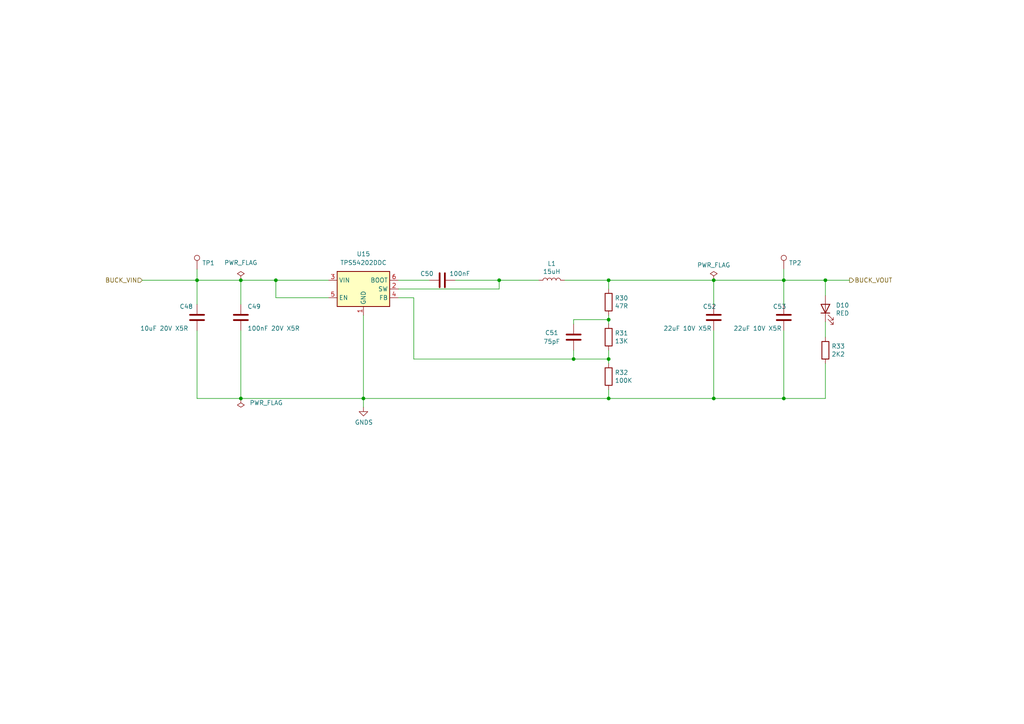
<source format=kicad_sch>
(kicad_sch (version 20211123) (generator eeschema)
  (paper "A4")
  (title_block (title "PSU - TPS563200 Buck Regulator") (date "2021-06-05") (rev "B") (company "Created by C Sutton"))
  (lib_symbols
    (symbol "Connector:TestPoint" (pin_numbers hide) (pin_names (offset 0.762) hide)
      (property "Reference" "TP" (at 0 6.858 0))
      (property "Value" "TestPoint" (at 0 5.08 0))
      (symbol "TestPoint_0_1"
        (circle (center 0 3.302) (radius 0.762))
      )
      (symbol "TestPoint_1_1"
        (pin passive line (at 0 0 90) (length 2.54) (name "1") (number "1"))
      )
    )
    (symbol "Device:C" (pin_numbers hide) (pin_names (offset 0.254))
      (property "Reference" "C" (at 0.635 2.54 0))
      (property "Value" "C" (at 0.635 -2.54 0))
      (symbol "C_0_1"
        (polyline (pts (xy -2.032 -0.762) (xy 2.032 -0.762)) (stroke (width 0.508)))
        (polyline (pts (xy -2.032 0.762) (xy 2.032 0.762)) (stroke (width 0.508)))
      )
      (symbol "C_1_1"
        (pin passive line (at 0 3.81 270) (length 2.794) (name "~") (number "1"))
        (pin passive line (at 0 -3.81 90) (length 2.794) (name "~") (number "2"))
      )
    )
    (symbol "Device:L" (pin_numbers hide) (pin_names (offset 1.016) hide)
      (property "Reference" "L" (at -1.27 0 90))
      (property "Value" "L" (at 1.905 0 90))
      (symbol "L_0_1"
        (arc (start 0 -2.54) (mid 0.635 -1.905) (end 0 -1.27))
        (arc (start 0 -1.27) (mid 0.635 -0.635) (end 0 0))
        (arc (start 0 0) (mid 0.635 0.635) (end 0 1.27))
        (arc (start 0 1.27) (mid 0.635 1.905) (end 0 2.54))
      )
      (symbol "L_1_1"
        (pin passive line (at 0 3.81 270) (length 1.27) (name "1") (number "1"))
        (pin passive line (at 0 -3.81 90) (length 1.27) (name "2") (number "2"))
      )
    )
    (symbol "Device:LED" (pin_numbers hide) (pin_names (offset 1.016) hide)
      (property "Reference" "D" (at 0 2.54 0))
      (property "Value" "LED" (at 0 -2.54 0))
      (symbol "LED_0_1"
        (polyline (pts (xy -1.27 -1.27) (xy -1.27 1.27)) (stroke (width 0.254)))
        (polyline (pts (xy -1.27 0) (xy 1.27 0)))
        (polyline (pts (xy 1.27 -1.27) (xy 1.27 1.27) (xy -1.27 0) (xy 1.27 -1.27)) (stroke (width 0.254)))
        (polyline (pts (xy -3.048 -0.762) (xy -4.572 -2.286) (xy -3.81 -2.286) (xy -4.572 -2.286) (xy -4.572 -1.524)))
        (polyline (pts (xy -1.778 -0.762) (xy -3.302 -2.286) (xy -2.54 -2.286) (xy -3.302 -2.286) (xy -3.302 -1.524)))
      )
      (symbol "LED_1_1"
        (pin passive line (at -3.81 0 0) (length 2.54) (name "K") (number "1"))
        (pin passive line (at 3.81 0 180) (length 2.54) (name "A") (number "2"))
      )
    )
    (symbol "Device:R" (pin_numbers hide) (pin_names (offset 0))
      (property "Reference" "R" (at 2.032 0 90))
      (property "Value" "R" (at 0 0 90))
      (symbol "R_0_1"
        (rectangle (start -1.016 -2.54) (end 1.016 2.54) (stroke (width 0.254)))
      )
      (symbol "R_1_1"
        (pin passive line (at 0 3.81 270) (length 1.27) (name "~") (number "1"))
        (pin passive line (at 0 -3.81 90) (length 1.27) (name "~") (number "2"))
      )
    )
    (symbol "Regulator_Switching:TPS54202DDC"
      (property "Reference" "U" (at -7.62 6.35 0))
      (property "Value" "TPS54202DDC" (at 0 6.35 0))
      (symbol "TPS54202DDC_0_1"
        (rectangle (start -7.62 5.08) (end 7.62 -5.08) (stroke (width 0.254)) (fill (type background)))
      )
      (symbol "TPS54202DDC_1_1"
        (pin power_in line (at 0 -7.62 90) (length 2.54) (name "GND") (number "1"))
        (pin power_out line (at 10.16 0 180) (length 2.54) (name "SW") (number "2"))
        (pin power_in line (at -10.16 2.54 0) (length 2.54) (name "VIN") (number "3"))
        (pin input line (at 10.16 -2.54 180) (length 2.54) (name "FB") (number "4"))
        (pin input line (at -10.16 -2.54 0) (length 2.54) (name "EN") (number "5"))
        (pin passive line (at 10.16 2.54 180) (length 2.54) (name "BOOT") (number "6"))
      )
    )
    (symbol "power:GNDS" (power) (pin_names (offset 0))
      (property "Value" "GNDS" (at 0 -3.81 0))
      (symbol "GNDS_0_1"
        (polyline (pts (xy 0 0) (xy 0 -1.27) (xy 1.27 -1.27) (xy 0 -2.54) (xy -1.27 -1.27) (xy 0 -1.27)))
      )
      (symbol "GNDS_1_1"
        (pin power_in line (at 0 0 270) (length 0) hide (name "GNDS") (number "1"))
      )
    )
    (symbol "power:PWR_FLAG" (power) (pin_numbers hide) (pin_names (offset 0) hide)
      (property "Value" "PWR_FLAG" (at 0 3.81 0))
      (symbol "PWR_FLAG_0_0"
        (pin power_out line (at 0 0 90) (length 0) (name "pwr") (number "1"))
      )
      (symbol "PWR_FLAG_0_1"
        (polyline (pts (xy 0 0) (xy 0 1.27) (xy -1.016 1.905) (xy 0 2.54) (xy 1.016 1.905) (xy 0 1.27)))
      )
    )
  )
  (junction (at 69.85 115.57))
  (junction (at 207.01 81.28))
  (junction (at 176.53 104.14))
  (junction (at 176.53 115.57))
  (junction (at 207.01 115.57))
  (junction (at 227.33 81.28))
  (junction (at 227.33 115.57))
  (junction (at 57.15 81.28))
  (junction (at 166.37 104.14))
  (junction (at 69.85 81.28))
  (junction (at 144.78 81.28))
  (junction (at 105.41 115.57))
  (junction (at 80.01 81.28))
  (junction (at 176.53 81.28))
  (junction (at 239.395 81.28))
  (junction (at 176.53 92.71))
  (wire (pts (xy 176.53 91.44) (xy 176.53 92.71)))
  (wire (pts (xy 80.01 86.36) (xy 80.01 81.28)))
  (wire (pts (xy 115.57 83.82) (xy 144.78 83.82)))
  (wire (pts (xy 207.01 95.885) (xy 207.01 115.57)))
  (wire (pts (xy 227.33 81.28) (xy 227.33 78.105)))
  (wire (pts (xy 176.53 115.57) (xy 207.01 115.57)))
  (wire (pts (xy 176.53 113.03) (xy 176.53 115.57)))
  (wire (pts (xy 57.15 81.28) (xy 57.15 78.105)))
  (wire (pts (xy 166.37 92.71) (xy 176.53 92.71)))
  (wire (pts (xy 69.85 81.28) (xy 57.15 81.28)))
  (wire (pts (xy 57.15 95.885) (xy 57.15 115.57)))
  (wire (pts (xy 239.395 115.57) (xy 227.33 115.57)))
  (wire (pts (xy 120.015 104.14) (xy 120.015 86.36)))
  (wire (pts (xy 115.57 81.28) (xy 124.46 81.28)))
  (wire (pts (xy 176.53 92.71) (xy 176.53 93.98)))
  (wire (pts (xy 166.37 101.6) (xy 166.37 104.14)))
  (wire (pts (xy 144.78 83.82) (xy 144.78 81.28)))
  (wire (pts (xy 57.15 115.57) (xy 69.85 115.57)))
  (wire (pts (xy 166.37 104.14) (xy 120.015 104.14)))
  (wire (pts (xy 57.15 81.28) (xy 41.275 81.28)))
  (wire (pts (xy 239.395 85.725) (xy 239.395 81.28)))
  (wire (pts (xy 105.41 91.44) (xy 105.41 115.57)))
  (wire (pts (xy 227.33 88.265) (xy 227.33 81.28)))
  (wire (pts (xy 144.78 81.28) (xy 156.21 81.28)))
  (wire (pts (xy 239.395 105.41) (xy 239.395 115.57)))
  (wire (pts (xy 57.15 88.265) (xy 57.15 81.28)))
  (wire (pts (xy 95.25 86.36) (xy 80.01 86.36)))
  (wire (pts (xy 176.53 101.6) (xy 176.53 104.14)))
  (wire (pts (xy 227.33 95.885) (xy 227.33 115.57)))
  (wire (pts (xy 166.37 93.98) (xy 166.37 92.71)))
  (wire (pts (xy 176.53 115.57) (xy 105.41 115.57)))
  (wire (pts (xy 227.33 81.28) (xy 239.395 81.28)))
  (wire (pts (xy 207.01 81.28) (xy 176.53 81.28)))
  (wire (pts (xy 176.53 104.14) (xy 166.37 104.14)))
  (wire (pts (xy 80.01 81.28) (xy 69.85 81.28)))
  (wire (pts (xy 239.395 81.28) (xy 246.38 81.28)))
  (wire (pts (xy 69.85 115.57) (xy 105.41 115.57)))
  (wire (pts (xy 120.015 86.36) (xy 115.57 86.36)))
  (wire (pts (xy 132.08 81.28) (xy 144.78 81.28)))
  (wire (pts (xy 95.25 81.28) (xy 80.01 81.28)))
  (wire (pts (xy 207.01 115.57) (xy 227.33 115.57)))
  (wire (pts (xy 163.83 81.28) (xy 176.53 81.28)))
  (wire (pts (xy 69.85 88.265) (xy 69.85 81.28)))
  (wire (pts (xy 176.53 81.28) (xy 176.53 83.82)))
  (wire (pts (xy 239.395 97.79) (xy 239.395 93.345)))
  (wire (pts (xy 207.01 88.265) (xy 207.01 81.28)))
  (wire (pts (xy 207.01 81.28) (xy 227.33 81.28)))
  (wire (pts (xy 105.41 115.57) (xy 105.41 118.11)))
  (wire (pts (xy 176.53 105.41) (xy 176.53 104.14)))
  (wire (pts (xy 69.85 95.885) (xy 69.85 115.57)))
  (hierarchical_label "BUCK_VIN" (shape input) (at 41.275 81.28 180))
  (hierarchical_label "BUCK_VOUT" (shape output) (at 246.38 81.28 0))
  (symbol (lib_id "power:GNDS") (at 105.41 118.11 0) (unit 1)
    (property "Reference" "#PWR075" (effects hide))
    (property "Value" "GNDS" (at 105.537 122.5042 0))
  )
  (symbol (lib_id "Device:C") (at 57.15 92.075 0) (unit 1)
    (property "Reference" "C48" (at 52.07 88.9 0) (effects (justify left)))
    (property "Value" "10uF 20V X5R" (at 40.64 95.25 0) (effects (justify left)))
    (property "Footprint" "Resistor_SMD:R_1206_3216Metric_Pad1.30x1.75mm_HandSolder" (effects hide))
  )
  (symbol (lib_id "Device:C") (at 69.85 92.075 0) (unit 1)
    (property "Reference" "C49" (at 71.755 88.9 0) (effects (justify left)))
    (property "Value" "100nF 20V X5R" (at 71.755 95.25 0) (effects (justify left)))
    (property "Footprint" "Resistor_SMD:R_1206_3216Metric_Pad1.30x1.75mm_HandSolder" (effects hide))
  )
  (symbol (lib_id "Device:L") (at 160.02 81.28 90) (unit 1)
    (property "Reference" "L1" (at 160.02 76.454 90))
    (property "Value" "15uH" (at 160.02 78.7654 90))
    (property "Footprint" "Inductor_SMD:L_Taiyo-Yuden_NR-80xx_HandSoldering" (effects hide))
    (property "LcscNo" "C266428" (effects hide))
  )
  (symbol (lib_id "Device:C") (at 128.27 81.28 90) (mirror x) (unit 1)
    (property "Reference" "C50" (at 123.825 79.375 90))
    (property "Value" "100nF" (at 133.35 79.375 90))
    (property "Footprint" "Capacitor_SMD:C_0805_2012Metric_Pad1.18x1.45mm_HandSolder" (effects hide))
  )
  (symbol (lib_id "Device:R") (at 176.53 97.79 0) (unit 1)
    (property "Reference" "R31" (at 178.308 96.6216 0) (effects (justify left)))
    (property "Value" "13K" (at 178.308 98.933 0) (effects (justify left)))
    (property "Footprint" "Resistor_SMD:R_0805_2012Metric_Pad1.20x1.40mm_HandSolder" (effects hide))
  )
  (symbol (lib_id "Device:R") (at 176.53 109.22 0) (unit 1)
    (property "Reference" "R32" (at 178.308 108.0516 0) (effects (justify left)))
    (property "Value" "100K" (at 178.308 110.363 0) (effects (justify left)))
    (property "Footprint" "Resistor_SMD:R_0805_2012Metric_Pad1.20x1.40mm_HandSolder" (effects hide))
  )
  (symbol (lib_id "Device:C") (at 207.01 92.075 0) (unit 1)
    (property "Reference" "C52" (at 203.835 88.9 0) (effects (justify left)))
    (property "Value" "22uF 10V X5R" (at 192.405 95.25 0) (effects (justify left)))
    (property "Footprint" "Resistor_SMD:R_1206_3216Metric_Pad1.30x1.75mm_HandSolder" (effects hide))
  )
  (symbol (lib_id "Device:C") (at 227.33 92.075 0) (unit 1)
    (property "Reference" "C53" (at 224.155 88.9 0) (effects (justify left)))
    (property "Value" "22uF 10V X5R" (at 212.725 95.25 0) (effects (justify left)))
    (property "Footprint" "Resistor_SMD:R_1206_3216Metric_Pad1.30x1.75mm_HandSolder" (effects hide))
  )
  (symbol (lib_id "Connector:TestPoint") (at 227.33 78.105 0) (unit 1)
    (property "Reference" "TP2" (at 228.8032 76.2762 0) (effects (justify left)))
    (property "Value" "TestPoint" (effects hide))
    (property "Footprint" "TestPoint:TestPoint_Pad_D1.0mm" (effects hide))
  )
  (symbol (lib_id "Connector:TestPoint") (at 57.15 78.105 0) (unit 1)
    (property "Reference" "TP1" (at 58.6232 76.2762 0) (effects (justify left)))
    (property "Value" "TestPoint" (effects hide))
    (property "Footprint" "TestPoint:TestPoint_Pad_D1.0mm" (effects hide))
  )
  (symbol (lib_id "Device:LED") (at 239.395 89.535 90) (unit 1)
    (property "Reference" "D10" (at 242.3922 88.5444 90) (effects (justify right)))
    (property "Value" "RED" (at 242.3922 90.8558 90) (effects (justify right)))
    (property "Footprint" "LED_SMD:LED_0805_2012Metric_Pad1.15x1.40mm_HandSolder" (effects hide))
    (property "LcscNo" "C2293" (effects hide))
  )
  (symbol (lib_id "Device:R") (at 239.395 101.6 0) (unit 1)
    (property "Reference" "R33" (at 241.173 100.4316 0) (effects (justify left)))
    (property "Value" "2K2" (at 241.173 102.743 0) (effects (justify left)))
    (property "Footprint" "Resistor_SMD:R_0805_2012Metric_Pad1.20x1.40mm_HandSolder" (effects hide))
  )
  (symbol (lib_id "power:PWR_FLAG") (at 207.01 81.28 0) (unit 1)
    (property "Reference" "#FLG010" (effects hide))
    (property "Value" "PWR_FLAG" (at 207.01 76.8858 0))
  )
  (symbol (lib_id "Device:C") (at 166.37 97.79 0) (mirror x) (unit 1)
    (property "Reference" "C51" (at 160.02 96.52 0))
    (property "Value" "75pF" (at 160.02 99.06 0))
    (property "Footprint" "Capacitor_SMD:C_0805_2012Metric_Pad1.18x1.45mm_HandSolder" (effects hide))
  )
  (symbol (lib_id "Device:R") (at 176.53 87.63 0) (unit 1)
    (property "Reference" "R30" (at 178.308 86.4616 0) (effects (justify left)))
    (property "Value" "47R" (at 178.308 88.773 0) (effects (justify left)))
    (property "Footprint" "Resistor_SMD:R_0805_2012Metric_Pad1.20x1.40mm_HandSolder" (effects hide))
  )
  (symbol (lib_id "power:PWR_FLAG") (at 69.85 115.57 180) (unit 1)
    (property "Reference" "#FLG09" (effects hide))
    (property "Value" "PWR_FLAG" (at 72.39 116.8399 0) (effects (justify right)))
  )
  (symbol (lib_id "power:PWR_FLAG") (at 69.85 81.28 0) (unit 1)
    (property "Reference" "#FLG08" (effects hide))
    (property "Value" "PWR_FLAG" (at 69.85 76.2 0))
  )
  (symbol (lib_id "Regulator_Switching:TPS54202DDC") (at 105.41 83.82 0) (unit 1)
    (property "Reference" "U15" (at 105.41 73.66 0))
    (property "Value" "TPS54202DDC" (at 105.41 76.2 0))
    (property "Footprint" "Package_TO_SOT_SMD:SOT-23-6" (effects hide))
    (property "Datasheet" "http://www.ti.com/lit/ds/symlink/tps54202.pdf" (effects hide))
  )
)
</source>
